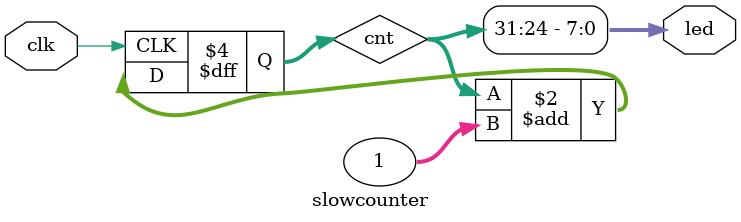
<source format=v>

module slowcounter(clk,led);
input wire clk;
output wire [7:0] led;
reg [32:0] cnt = 0;

always @(posedge clk) begin
	cnt <= cnt + 1;
end
assign led = cnt[32:24];
endmodule


</source>
